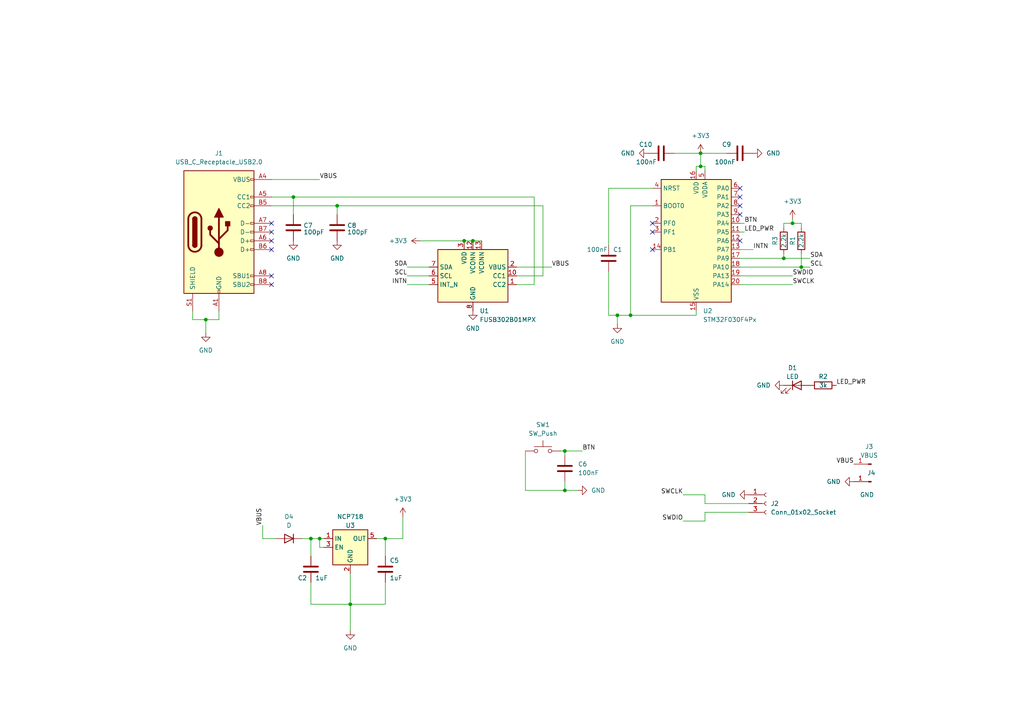
<source format=kicad_sch>
(kicad_sch (version 20230121) (generator eeschema)
  (paper "A4")
  (lib_symbols
    (symbol "Connector:Conn_01x01_Pin" (pin_names (offset 1.016) hide)
      (property "Reference" "J" (at 0 2.54 0))
      (property "Value" "Conn_01x01_Pin" (at 0 -2.54 0))
      (symbol "Conn_01x01_Pin_1_1"
        (polyline (pts (xy 1.27 0) (xy 0.8636 0)) (stroke (width 0.1524)))
        (rectangle (start 0.8636 0.127) (end 0 -0.127) (stroke (width 0.1524)) (fill (type outline)))
        (pin passive line (at 5.08 0 180) (length 3.81) (name "Pin_1") (number "1"))
      )
    )
    (symbol "Connector:Conn_01x03_Socket" (pin_names (offset 1.016) hide)
      (property "Reference" "J" (at 0 5.08 0))
      (property "Value" "Conn_01x03_Socket" (at 0 -5.08 0))
      (symbol "Conn_01x03_Socket_1_1"
        (arc (start 0 -2.032) (mid -0.5058 -2.54) (end 0 -3.048) (stroke (width 0.1524)))
        (polyline (pts (xy -1.27 -2.54) (xy -0.508 -2.54)) (stroke (width 0.1524)))
        (polyline (pts (xy -1.27 0) (xy -0.508 0)) (stroke (width 0.1524)))
        (polyline (pts (xy -1.27 2.54) (xy -0.508 2.54)) (stroke (width 0.1524)))
        (arc (start 0 0.508) (mid -0.5058 0) (end 0 -0.508) (stroke (width 0.1524)))
        (arc (start 0 3.048) (mid -0.5058 2.54) (end 0 2.032) (stroke (width 0.1524)))
        (pin passive line (at -5.08 2.54 0) (length 3.81) (name "Pin_1") (number "1"))
        (pin passive line (at -5.08 0 0) (length 3.81) (name "Pin_2") (number "2"))
        (pin passive line (at -5.08 -2.54 0) (length 3.81) (name "Pin_3") (number "3"))
      )
    )
    (symbol "Connector:USB_C_Receptacle_USB2.0" (pin_names (offset 1.016))
      (property "Reference" "J" (at -10.16 19.05 0))
      (property "Value" "USB_C_Receptacle_USB2.0" (at 19.05 19.05 0))
      (symbol "USB_C_Receptacle_USB2.0_0_0"
        (rectangle (start -0.254 -17.78) (end 0.254 -16.764))
        (rectangle (start 10.16 -14.986) (end 9.144 -15.494))
        (rectangle (start 10.16 -12.446) (end 9.144 -12.954))
        (rectangle (start 10.16 -4.826) (end 9.144 -5.334))
        (rectangle (start 10.16 -2.286) (end 9.144 -2.794))
        (rectangle (start 10.16 0.254) (end 9.144 -0.254))
        (rectangle (start 10.16 2.794) (end 9.144 2.286))
        (rectangle (start 10.16 7.874) (end 9.144 7.366))
        (rectangle (start 10.16 10.414) (end 9.144 9.906))
        (rectangle (start 10.16 15.494) (end 9.144 14.986))
      )
      (symbol "USB_C_Receptacle_USB2.0_0_1"
        (rectangle (start -10.16 17.78) (end 10.16 -17.78) (stroke (width 0.254)) (fill (type background)))
        (arc (start -8.89 -3.81) (mid -6.985 -5.7067) (end -5.08 -3.81) (stroke (width 0.508)))
        (arc (start -7.62 -3.81) (mid -6.985 -4.4423) (end -6.35 -3.81) (stroke (width 0.254)))
        (arc (start -7.62 -3.81) (mid -6.985 -4.4423) (end -6.35 -3.81) (stroke (width 0.254)) (fill (type outline)))
        (rectangle (start -7.62 -3.81) (end -6.35 3.81) (stroke (width 0.254)) (fill (type outline)))
        (arc (start -6.35 3.81) (mid -6.985 4.4423) (end -7.62 3.81) (stroke (width 0.254)))
        (arc (start -6.35 3.81) (mid -6.985 4.4423) (end -7.62 3.81) (stroke (width 0.254)) (fill (type outline)))
        (arc (start -5.08 3.81) (mid -6.985 5.7067) (end -8.89 3.81) (stroke (width 0.508)))
        (circle (center -2.54 1.143) (radius 0.635) (stroke (width 0.254)) (fill (type outline)))
        (circle (center 0 -5.842) (radius 1.27) (fill (type outline)))
        (polyline (pts (xy -8.89 -3.81) (xy -8.89 3.81)) (stroke (width 0.508)))
        (polyline (pts (xy -5.08 3.81) (xy -5.08 -3.81)) (stroke (width 0.508)))
        (polyline (pts (xy 0 -5.842) (xy 0 4.318)) (stroke (width 0.508)))
        (polyline (pts (xy 0 -3.302) (xy -2.54 -0.762) (xy -2.54 0.508)) (stroke (width 0.508)))
        (polyline (pts (xy 0 -2.032) (xy 2.54 0.508) (xy 2.54 1.778)) (stroke (width 0.508)))
        (polyline (pts (xy -1.27 4.318) (xy 0 6.858) (xy 1.27 4.318) (xy -1.27 4.318)) (stroke (width 0.254)) (fill (type outline)))
        (rectangle (start 1.905 1.778) (end 3.175 3.048) (stroke (width 0.254)) (fill (type outline)))
      )
      (symbol "USB_C_Receptacle_USB2.0_1_1"
        (pin passive line (at 0 -22.86 90) (length 5.08) (name "GND") (number "A1"))
        (pin passive line (at 0 -22.86 90) (length 5.08) hide (name "GND") (number "A12"))
        (pin passive line (at 15.24 15.24 180) (length 5.08) (name "VBUS") (number "A4"))
        (pin bidirectional line (at 15.24 10.16 180) (length 5.08) (name "CC1") (number "A5"))
        (pin bidirectional line (at 15.24 -2.54 180) (length 5.08) (name "D+") (number "A6"))
        (pin bidirectional line (at 15.24 2.54 180) (length 5.08) (name "D-") (number "A7"))
        (pin bidirectional line (at 15.24 -12.7 180) (length 5.08) (name "SBU1") (number "A8"))
        (pin passive line (at 15.24 15.24 180) (length 5.08) hide (name "VBUS") (number "A9"))
        (pin passive line (at 0 -22.86 90) (length 5.08) hide (name "GND") (number "B1"))
        (pin passive line (at 0 -22.86 90) (length 5.08) hide (name "GND") (number "B12"))
        (pin passive line (at 15.24 15.24 180) (length 5.08) hide (name "VBUS") (number "B4"))
        (pin bidirectional line (at 15.24 7.62 180) (length 5.08) (name "CC2") (number "B5"))
        (pin bidirectional line (at 15.24 -5.08 180) (length 5.08) (name "D+") (number "B6"))
        (pin bidirectional line (at 15.24 0 180) (length 5.08) (name "D-") (number "B7"))
        (pin bidirectional line (at 15.24 -15.24 180) (length 5.08) (name "SBU2") (number "B8"))
        (pin passive line (at 15.24 15.24 180) (length 5.08) hide (name "VBUS") (number "B9"))
        (pin passive line (at -7.62 -22.86 90) (length 5.08) (name "SHIELD") (number "S1"))
      )
    )
    (symbol "Device:C" (pin_numbers hide) (pin_names (offset 0.254))
      (property "Reference" "C" (at 0.635 2.54 0))
      (property "Value" "C" (at 0.635 -2.54 0))
      (symbol "C_0_1"
        (polyline (pts (xy -2.032 -0.762) (xy 2.032 -0.762)) (stroke (width 0.508)))
        (polyline (pts (xy -2.032 0.762) (xy 2.032 0.762)) (stroke (width 0.508)))
      )
      (symbol "C_1_1"
        (pin passive line (at 0 3.81 270) (length 2.794) (name "~") (number "1"))
        (pin passive line (at 0 -3.81 90) (length 2.794) (name "~") (number "2"))
      )
    )
    (symbol "Device:D" (pin_numbers hide) (pin_names (offset 1.016) hide)
      (property "Reference" "D" (at 0 2.54 0))
      (property "Value" "D" (at 0 -2.54 0))
      (symbol "D_0_1"
        (polyline (pts (xy -1.27 1.27) (xy -1.27 -1.27)) (stroke (width 0.254)))
        (polyline (pts (xy 1.27 0) (xy -1.27 0)))
        (polyline (pts (xy 1.27 1.27) (xy 1.27 -1.27) (xy -1.27 0) (xy 1.27 1.27)) (stroke (width 0.254)))
      )
      (symbol "D_1_1"
        (pin passive line (at -3.81 0 0) (length 2.54) (name "K") (number "1"))
        (pin passive line (at 3.81 0 180) (length 2.54) (name "A") (number "2"))
      )
    )
    (symbol "Device:LED" (pin_numbers hide) (pin_names (offset 1.016) hide)
      (property "Reference" "D" (at 0 2.54 0))
      (property "Value" "LED" (at 0 -2.54 0))
      (symbol "LED_0_1"
        (polyline (pts (xy -1.27 -1.27) (xy -1.27 1.27)) (stroke (width 0.254)))
        (polyline (pts (xy -1.27 0) (xy 1.27 0)))
        (polyline (pts (xy 1.27 -1.27) (xy 1.27 1.27) (xy -1.27 0) (xy 1.27 -1.27)) (stroke (width 0.254)))
        (polyline (pts (xy -3.048 -0.762) (xy -4.572 -2.286) (xy -3.81 -2.286) (xy -4.572 -2.286) (xy -4.572 -1.524)))
        (polyline (pts (xy -1.778 -0.762) (xy -3.302 -2.286) (xy -2.54 -2.286) (xy -3.302 -2.286) (xy -3.302 -1.524)))
      )
      (symbol "LED_1_1"
        (pin passive line (at -3.81 0 0) (length 2.54) (name "K") (number "1"))
        (pin passive line (at 3.81 0 180) (length 2.54) (name "A") (number "2"))
      )
    )
    (symbol "Device:R" (pin_numbers hide) (pin_names (offset 0))
      (property "Reference" "R" (at 2.032 0 90))
      (property "Value" "R" (at 0 0 90))
      (symbol "R_0_1"
        (rectangle (start -1.016 -2.54) (end 1.016 2.54) (stroke (width 0.254)))
      )
      (symbol "R_1_1"
        (pin passive line (at 0 3.81 270) (length 1.27) (name "~") (number "1"))
        (pin passive line (at 0 -3.81 90) (length 1.27) (name "~") (number "2"))
      )
    )
    (symbol "Interface_USB:FUSB302B01MPX"
      (property "Reference" "U" (at -10.16 8.89 0))
      (property "Value" "FUSB302B01MPX" (at 3.81 8.89 0))
      (symbol "FUSB302B01MPX_0_1"
        (rectangle (start -10.16 7.62) (end 10.16 -7.62) (stroke (width 0.254)) (fill (type background)))
      )
      (symbol "FUSB302B01MPX_1_1"
        (pin bidirectional line (at 12.7 -2.54 180) (length 2.54) (name "CC2") (number "1"))
        (pin bidirectional line (at 12.7 0 180) (length 2.54) (name "CC1") (number "10"))
        (pin bidirectional line (at 12.7 0 180) (length 2.54) hide (name "CC1") (number "11"))
        (pin power_in line (at 0 10.16 270) (length 2.54) (name "VCONN") (number "12"))
        (pin power_in line (at 2.54 10.16 270) (length 2.54) (name "VCONN") (number "13"))
        (pin bidirectional line (at 12.7 -2.54 180) (length 2.54) hide (name "CC2") (number "14"))
        (pin passive line (at 0 -10.16 90) (length 2.54) hide (name "GND") (number "15"))
        (pin input line (at 12.7 2.54 180) (length 2.54) (name "VBUS") (number "2"))
        (pin power_in line (at -2.54 10.16 270) (length 2.54) (name "VDD") (number "3"))
        (pin passive line (at -2.54 10.16 270) (length 2.54) hide (name "VDD") (number "4"))
        (pin open_collector line (at -12.7 -2.54 0) (length 2.54) (name "INT_N") (number "5"))
        (pin input line (at -12.7 0 0) (length 2.54) (name "SCL") (number "6"))
        (pin bidirectional line (at -12.7 2.54 0) (length 2.54) (name "SDA") (number "7"))
        (pin power_in line (at 0 -10.16 90) (length 2.54) (name "GND") (number "8"))
        (pin passive line (at 0 -10.16 90) (length 2.54) hide (name "GND") (number "9"))
      )
    )
    (symbol "MCU_ST_STM32F0:STM32F030F4Px"
      (property "Reference" "U" (at -10.16 19.05 0))
      (property "Value" "STM32F030F4Px" (at 5.08 19.05 0))
      (symbol "STM32F030F4Px_0_1"
        (rectangle (start -10.16 -17.78) (end 10.16 17.78) (stroke (width 0.254)) (fill (type background)))
      )
      (symbol "STM32F030F4Px_1_1"
        (pin input line (at -12.7 10.16 0) (length 2.54) (name "BOOT0") (number "1"))
        (pin bidirectional line (at 12.7 5.08 180) (length 2.54) (name "PA4") (number "10"))
        (pin bidirectional line (at 12.7 2.54 180) (length 2.54) (name "PA5") (number "11"))
        (pin bidirectional line (at 12.7 0 180) (length 2.54) (name "PA6") (number "12"))
        (pin bidirectional line (at 12.7 -2.54 180) (length 2.54) (name "PA7") (number "13"))
        (pin bidirectional line (at -12.7 -2.54 0) (length 2.54) (name "PB1") (number "14"))
        (pin power_in line (at 0 -20.32 90) (length 2.54) (name "VSS") (number "15"))
        (pin power_in line (at 0 20.32 270) (length 2.54) (name "VDD") (number "16"))
        (pin bidirectional line (at 12.7 -5.08 180) (length 2.54) (name "PA9") (number "17"))
        (pin bidirectional line (at 12.7 -7.62 180) (length 2.54) (name "PA10") (number "18"))
        (pin bidirectional line (at 12.7 -10.16 180) (length 2.54) (name "PA13") (number "19"))
        (pin bidirectional line (at -12.7 5.08 0) (length 2.54) (name "PF0") (number "2"))
        (pin bidirectional line (at 12.7 -12.7 180) (length 2.54) (name "PA14") (number "20"))
        (pin bidirectional line (at -12.7 2.54 0) (length 2.54) (name "PF1") (number "3"))
        (pin input line (at -12.7 15.24 0) (length 2.54) (name "NRST") (number "4"))
        (pin power_in line (at 2.54 20.32 270) (length 2.54) (name "VDDA") (number "5"))
        (pin bidirectional line (at 12.7 15.24 180) (length 2.54) (name "PA0") (number "6"))
        (pin bidirectional line (at 12.7 12.7 180) (length 2.54) (name "PA1") (number "7"))
        (pin bidirectional line (at 12.7 10.16 180) (length 2.54) (name "PA2") (number "8"))
        (pin bidirectional line (at 12.7 7.62 180) (length 2.54) (name "PA3") (number "9"))
      )
    )
    (symbol "Regulator_Linear:NCP718xSN330"
      (property "Reference" "U" (at -3.81 6.35 0))
      (property "Value" "NCP718xSN330" (at 6.35 6.35 0))
      (symbol "NCP718xSN330_0_1"
        (rectangle (start -5.08 -5.08) (end 5.08 5.08) (stroke (width 0.254)) (fill (type background)))
        (pin power_in line (at -7.62 2.54 0) (length 2.54) (name "IN") (number "1"))
        (pin power_in line (at 0 -7.62 90) (length 2.54) (name "GND") (number "2"))
        (pin input line (at -7.62 0 0) (length 2.54) (name "EN") (number "3"))
        (pin no_connect line (at 5.08 0 180) (length 2.54) hide (name "NC") (number "4"))
        (pin power_out line (at 7.62 2.54 180) (length 2.54) (name "OUT") (number "5"))
      )
    )
    (symbol "Switch:SW_Push" (pin_numbers hide) (pin_names (offset 1.016) hide)
      (property "Reference" "SW" (at 1.27 2.54 0))
      (property "Value" "SW_Push" (at 0 -1.524 0))
      (symbol "SW_Push_0_1"
        (circle (center -2.032 0) (radius 0.508))
        (polyline (pts (xy 0 1.27) (xy 0 3.048)))
        (polyline (pts (xy 2.54 1.27) (xy -2.54 1.27)))
        (circle (center 2.032 0) (radius 0.508))
        (pin passive line (at -5.08 0 0) (length 2.54) (name "1") (number "1"))
        (pin passive line (at 5.08 0 180) (length 2.54) (name "2") (number "2"))
      )
    )
    (symbol "power:+3V3" (power) (pin_names (offset 0))
      (property "Value" "+3V3" (at 0 3.556 0))
      (symbol "+3V3_0_1"
        (polyline (pts (xy -0.762 1.27) (xy 0 2.54)))
        (polyline (pts (xy 0 0) (xy 0 2.54)))
        (polyline (pts (xy 0 2.54) (xy 0.762 1.27)))
      )
      (symbol "+3V3_1_1"
        (pin power_in line (at 0 0 90) (length 0) hide (name "+3V3") (number "1"))
      )
    )
    (symbol "power:GND" (power) (pin_names (offset 0))
      (property "Value" "GND" (at 0 -3.81 0))
      (symbol "GND_0_1"
        (polyline (pts (xy 0 0) (xy 0 -1.27) (xy 1.27 -1.27) (xy 0 -2.54) (xy -1.27 -1.27) (xy 0 -1.27)))
      )
      (symbol "GND_1_1"
        (pin power_in line (at 0 0 270) (length 0) hide (name "GND") (number "1"))
      )
    )
  )
  (junction (at 97.79 59.69))
  (junction (at 182.88 91.44))
  (junction (at 92.71 156.21))
  (junction (at 203.2 48.26))
  (junction (at 163.83 142.24))
  (junction (at 101.6 175.26))
  (junction (at 232.41 77.47))
  (junction (at 203.2 44.45))
  (junction (at 90.17 156.21))
  (junction (at 137.16 69.85))
  (junction (at 227.33 74.93))
  (junction (at 59.69 92.71))
  (junction (at 134.62 69.85))
  (junction (at 179.07 91.44))
  (junction (at 163.83 130.81))
  (junction (at 111.76 156.21))
  (junction (at 229.87 64.77))
  (junction (at 85.09 57.15))
  (no_connect (at 78.74 64.77))
  (no_connect (at 78.74 67.31))
  (no_connect (at 78.74 69.85))
  (no_connect (at 78.74 80.01))
  (no_connect (at 214.63 57.15))
  (no_connect (at 214.63 59.69))
  (no_connect (at 214.63 69.85))
  (no_connect (at 214.63 62.23))
  (no_connect (at 189.23 64.77))
  (no_connect (at 78.74 72.39))
  (no_connect (at 189.23 72.39))
  (no_connect (at 214.63 54.61))
  (no_connect (at 189.23 67.31))
  (no_connect (at 78.74 82.55))
  (wire (pts (xy 182.88 91.44) (xy 201.93 91.44)))
  (wire (pts (xy 162.56 130.81) (xy 163.83 130.81)))
  (wire (pts (xy 78.74 59.69) (xy 97.79 59.69)))
  (wire (pts (xy 203.2 48.26) (xy 204.47 48.26)))
  (wire (pts (xy 90.17 156.21) (xy 90.17 161.29)))
  (wire (pts (xy 214.63 64.77) (xy 215.9 64.77)))
  (wire (pts (xy 204.47 48.26) (xy 204.47 49.53)))
  (wire (pts (xy 154.94 57.15) (xy 154.94 82.55)))
  (wire (pts (xy 97.79 59.69) (xy 157.48 59.69)))
  (wire (pts (xy 121.92 69.85) (xy 134.62 69.85)))
  (wire (pts (xy 157.48 59.69) (xy 157.48 80.01)))
  (wire (pts (xy 232.41 73.66) (xy 232.41 77.47)))
  (wire (pts (xy 201.93 91.44) (xy 201.93 90.17)))
  (wire (pts (xy 90.17 156.21) (xy 92.71 156.21)))
  (wire (pts (xy 78.74 57.15) (xy 85.09 57.15)))
  (wire (pts (xy 101.6 175.26) (xy 111.76 175.26)))
  (wire (pts (xy 182.88 59.69) (xy 182.88 91.44)))
  (wire (pts (xy 118.11 80.01) (xy 124.46 80.01)))
  (wire (pts (xy 163.83 139.7) (xy 163.83 142.24)))
  (wire (pts (xy 214.63 67.31) (xy 215.9 67.31)))
  (wire (pts (xy 163.83 130.81) (xy 168.91 130.81)))
  (wire (pts (xy 157.48 80.01) (xy 149.86 80.01)))
  (wire (pts (xy 189.23 54.61) (xy 176.53 54.61)))
  (wire (pts (xy 176.53 78.74) (xy 176.53 91.44)))
  (wire (pts (xy 78.74 52.07) (xy 92.71 52.07)))
  (wire (pts (xy 80.01 156.21) (xy 76.2 156.21)))
  (wire (pts (xy 111.76 161.29) (xy 111.76 156.21)))
  (wire (pts (xy 214.63 77.47) (xy 232.41 77.47)))
  (wire (pts (xy 227.33 64.77) (xy 229.87 64.77)))
  (wire (pts (xy 101.6 175.26) (xy 101.6 182.88)))
  (wire (pts (xy 109.22 156.21) (xy 111.76 156.21)))
  (wire (pts (xy 232.41 64.77) (xy 232.41 66.04)))
  (wire (pts (xy 134.62 69.85) (xy 137.16 69.85)))
  (wire (pts (xy 227.33 74.93) (xy 234.95 74.93)))
  (wire (pts (xy 55.88 92.71) (xy 59.69 92.71)))
  (wire (pts (xy 118.11 82.55) (xy 124.46 82.55)))
  (wire (pts (xy 163.83 142.24) (xy 167.64 142.24)))
  (wire (pts (xy 204.47 143.51) (xy 204.47 146.05)))
  (wire (pts (xy 232.41 77.47) (xy 234.95 77.47)))
  (wire (pts (xy 203.2 44.45) (xy 203.2 48.26)))
  (wire (pts (xy 90.17 175.26) (xy 101.6 175.26)))
  (wire (pts (xy 154.94 82.55) (xy 149.86 82.55)))
  (wire (pts (xy 59.69 92.71) (xy 59.69 96.52)))
  (wire (pts (xy 214.63 80.01) (xy 229.87 80.01)))
  (wire (pts (xy 92.71 156.21) (xy 92.71 158.75)))
  (wire (pts (xy 214.63 74.93) (xy 227.33 74.93)))
  (wire (pts (xy 176.53 91.44) (xy 179.07 91.44)))
  (wire (pts (xy 163.83 130.81) (xy 163.83 132.08)))
  (wire (pts (xy 214.63 82.55) (xy 229.87 82.55)))
  (wire (pts (xy 201.93 48.26) (xy 203.2 48.26)))
  (wire (pts (xy 229.87 64.77) (xy 232.41 64.77)))
  (wire (pts (xy 229.87 63.5) (xy 229.87 64.77)))
  (wire (pts (xy 118.11 77.47) (xy 124.46 77.47)))
  (wire (pts (xy 93.98 158.75) (xy 92.71 158.75)))
  (wire (pts (xy 76.2 156.21) (xy 76.2 152.4)))
  (wire (pts (xy 111.76 175.26) (xy 111.76 168.91)))
  (wire (pts (xy 63.5 92.71) (xy 63.5 90.17)))
  (wire (pts (xy 59.69 92.71) (xy 63.5 92.71)))
  (wire (pts (xy 90.17 156.21) (xy 87.63 156.21)))
  (wire (pts (xy 85.09 57.15) (xy 154.94 57.15)))
  (wire (pts (xy 227.33 64.77) (xy 227.33 66.04)))
  (wire (pts (xy 179.07 91.44) (xy 179.07 93.98)))
  (wire (pts (xy 101.6 166.37) (xy 101.6 175.26)))
  (wire (pts (xy 179.07 91.44) (xy 182.88 91.44)))
  (wire (pts (xy 92.71 156.21) (xy 93.98 156.21)))
  (wire (pts (xy 97.79 59.69) (xy 97.79 62.23)))
  (wire (pts (xy 203.2 44.45) (xy 210.82 44.45)))
  (wire (pts (xy 227.33 73.66) (xy 227.33 74.93)))
  (wire (pts (xy 137.16 69.85) (xy 139.7 69.85)))
  (wire (pts (xy 203.2 44.45) (xy 195.58 44.45)))
  (wire (pts (xy 189.23 59.69) (xy 182.88 59.69)))
  (wire (pts (xy 152.4 142.24) (xy 163.83 142.24)))
  (wire (pts (xy 198.12 143.51) (xy 204.47 143.51)))
  (wire (pts (xy 201.93 49.53) (xy 201.93 48.26)))
  (wire (pts (xy 90.17 168.91) (xy 90.17 175.26)))
  (wire (pts (xy 198.12 151.13) (xy 204.47 151.13)))
  (wire (pts (xy 85.09 57.15) (xy 85.09 62.23)))
  (wire (pts (xy 116.84 156.21) (xy 116.84 149.86)))
  (wire (pts (xy 204.47 146.05) (xy 217.17 146.05)))
  (wire (pts (xy 149.86 77.47) (xy 160.02 77.47)))
  (wire (pts (xy 214.63 72.39) (xy 218.44 72.39)))
  (wire (pts (xy 111.76 156.21) (xy 116.84 156.21)))
  (wire (pts (xy 204.47 148.59) (xy 217.17 148.59)))
  (wire (pts (xy 204.47 151.13) (xy 204.47 148.59)))
  (wire (pts (xy 176.53 54.61) (xy 176.53 71.12)))
  (wire (pts (xy 55.88 90.17) (xy 55.88 92.71)))
  (wire (pts (xy 152.4 130.81) (xy 152.4 142.24)))
  (label "INTN" (at 118.11 82.55 180))
  (label "VBUS" (at 92.71 52.07 0))
  (label "SCL" (at 118.11 80.01 180))
  (label "SWCLK" (at 198.12 143.51 180))
  (label "VBUS" (at 160.02 77.47 0))
  (label "VBUS" (at 76.2 152.4 90))
  (label "BTN" (at 215.9 64.77 0))
  (label "SDA" (at 118.11 77.47 180))
  (label "SWDIO" (at 229.87 80.01 0))
  (label "INTN" (at 218.44 72.39 0))
  (label "SWCLK" (at 229.87 82.55 0))
  (label "SWDIO" (at 198.12 151.13 180))
  (label "VBUS" (at 247.65 134.62 180))
  (label "LED_PWR" (at 242.57 111.76 0))
  (label "LED_PWR" (at 215.9 67.31 0))
  (label "SDA" (at 234.95 74.93 0))
  (label "SCL" (at 234.95 77.47 0))
  (label "BTN" (at 168.91 130.81 0))
  (symbol (lib_id "Device:R") (at 227.33 69.85 180) (unit 1)
    (property "Reference" "R3" (at 224.79 69.85 90))
    (property "Value" "2.2k" (at 227.33 69.85 90))
    (property "Footprint" "Resistor_SMD:R_0402_1005Metric" (effects hide))
  )
  (symbol (lib_id "power:GND") (at 227.33 111.76 270) (unit 1)
    (property "Reference" "#PWR09" (effects hide))
    (property "Value" "GND" (at 223.52 111.76 90) (effects (justify right)))
  )
  (symbol (lib_id "Device:C") (at 163.83 135.89 0) (unit 1)
    (property "Reference" "C6" (at 167.64 134.62 0) (effects (justify left)))
    (property "Value" "100nF" (at 167.64 137.16 0) (effects (justify left)))
    (property "Footprint" "Capacitor_SMD:C_0402_1005Metric" (effects hide))
  )
  (symbol (lib_id "MCU_ST_STM32F0:STM32F030F4Px") (at 201.93 69.85 0) (unit 1)
    (property "Reference" "U2" (at 203.8859 90.17 0) (effects (justify left)))
    (property "Value" "STM32F030F4Px" (at 203.8859 92.71 0) (effects (justify left)))
    (property "Footprint" "Package_SO:TSSOP-20_4.4x6.5mm_P0.65mm" (effects hide))
    (property "Datasheet" "https://www.st.com/resource/en/datasheet/stm32f030f4.pdf" (effects hide))
  )
  (symbol (lib_id "power:+3V3") (at 116.84 149.86 0) (unit 1)
    (property "Reference" "#PWR010" (effects hide))
    (property "Value" "+3V3" (at 116.84 144.78 0))
  )
  (symbol (lib_id "Connector:USB_C_Receptacle_USB2.0") (at 63.5 67.31 0) (unit 1)
    (property "Reference" "J1" (at 63.5 44.45 0))
    (property "Value" "USB_C_Receptacle_USB2.0" (at 63.5 46.99 0))
    (property "Footprint" "Connector_USB:USB_C_Receptacle_HRO_TYPE-C-31-M-12" (effects hide))
    (property "Datasheet" "https://www.usb.org/sites/default/files/documents/usb_type-c.zip" (effects hide))
  )
  (symbol (lib_id "Device:R") (at 232.41 69.85 180) (unit 1)
    (property "Reference" "R1" (at 229.87 69.85 90))
    (property "Value" "2.2k" (at 232.41 69.85 90))
    (property "Footprint" "Resistor_SMD:R_0402_1005Metric" (effects hide))
  )
  (symbol (lib_id "power:GND") (at 101.6 182.88 0) (unit 1)
    (property "Reference" "#PWR011" (effects hide))
    (property "Value" "GND" (at 101.6 187.96 0))
  )
  (symbol (lib_id "power:+3V3") (at 121.92 69.85 90) (unit 1)
    (property "Reference" "#PWR06" (effects hide))
    (property "Value" "+3V3" (at 118.11 69.85 90) (effects (justify left)))
  )
  (symbol (lib_id "Interface_USB:FUSB302B01MPX") (at 137.16 80.01 0) (unit 1)
    (property "Reference" "U1" (at 139.1159 90.17 0) (effects (justify left)))
    (property "Value" "FUSB302B01MPX" (at 139.1159 92.71 0) (effects (justify left)))
    (property "Footprint" "Package_DFN_QFN:WQFN-14-1EP_2.5x2.5mm_P0.5mm_EP1.45x1.45mm" (effects hide))
    (property "Datasheet" "http://www.onsemi.com/pub/Collateral/FUSB302B-D.PDF" (effects hide))
  )
  (symbol (lib_id "power:GND") (at 187.96 44.45 270) (unit 1)
    (property "Reference" "#PWR016" (effects hide))
    (property "Value" "GND" (at 184.15 44.45 90) (effects (justify right)))
  )
  (symbol (lib_id "Regulator_Linear:NCP718xSN330") (at 101.6 158.75 0) (unit 1)
    (property "Reference" "U3" (at 101.6 152.4 0))
    (property "Value" "NCP718" (at 101.6 149.86 0))
    (property "Footprint" "Package_TO_SOT_SMD:SOT-23-5" (effects hide))
    (property "Datasheet" "https://www.onsemi.com/pub/Collateral/NCP718-D.PDF" (effects hide))
  )
  (symbol (lib_id "power:+3V3") (at 203.2 44.45 0) (unit 1)
    (property "Reference" "#PWR05" (effects hide))
    (property "Value" "+3V3" (at 203.2 39.37 0))
  )
  (symbol (lib_id "Device:C") (at 111.76 165.1 0) (unit 1)
    (property "Reference" "C5" (at 113.03 162.56 0) (effects (justify left)))
    (property "Value" "1uF" (at 113.03 167.64 0) (effects (justify left)))
    (property "Footprint" "Capacitor_SMD:C_0402_1005Metric" (effects hide))
  )
  (symbol (lib_id "power:GND") (at 59.69 96.52 0) (unit 1)
    (property "Reference" "#PWR04" (effects hide))
    (property "Value" "GND" (at 59.69 101.6 0))
  )
  (symbol (lib_id "Device:R") (at 238.76 111.76 90) (unit 1)
    (property "Reference" "R2" (at 238.76 109.22 90))
    (property "Value" "3k" (at 238.76 111.76 90))
    (property "Footprint" "Resistor_SMD:R_0402_1005Metric" (effects hide))
  )
  (symbol (lib_id "Device:C") (at 97.79 66.04 0) (unit 1)
    (property "Reference" "C8" (at 100.711 65.3963 0) (effects (justify left)))
    (property "Value" "100pF" (at 100.711 67.3173 0) (effects (justify left)))
    (property "Footprint" "Capacitor_SMD:C_0402_1005Metric" (effects hide))
  )
  (symbol (lib_id "power:GND") (at 97.79 69.85 0) (unit 1)
    (property "Reference" "#PWR015" (effects hide))
    (property "Value" "GND" (at 97.79 74.93 0))
  )
  (symbol (lib_id "Device:C") (at 85.09 66.04 0) (unit 1)
    (property "Reference" "C7" (at 88.011 65.3963 0) (effects (justify left)))
    (property "Value" "100pF" (at 88.011 67.3173 0) (effects (justify left)))
    (property "Footprint" "Capacitor_SMD:C_0402_1005Metric" (effects hide))
  )
  (symbol (lib_id "power:GND") (at 85.09 69.85 0) (unit 1)
    (property "Reference" "#PWR01" (effects hide))
    (property "Value" "GND" (at 85.09 74.93 0))
  )
  (symbol (lib_id "power:GND") (at 137.16 90.17 0) (unit 1)
    (property "Reference" "#PWR03" (effects hide))
    (property "Value" "GND" (at 137.16 95.25 0))
  )
  (symbol (lib_id "power:GND") (at 247.65 139.7 270) (unit 1)
    (property "Reference" "#PWR013" (effects hide))
    (property "Value" "GND" (at 243.84 139.7 90) (effects (justify right)))
  )
  (symbol (lib_id "power:GND") (at 218.44 44.45 90) (unit 1)
    (property "Reference" "#PWR02" (effects hide))
    (property "Value" "GND" (at 222.25 44.45 90) (effects (justify right)))
  )
  (symbol (lib_id "Device:C") (at 191.77 44.45 90) (unit 1)
    (property "Reference" "C10" (at 189.23 41.91 90) (effects (justify left)))
    (property "Value" "100nF" (at 190.5 46.99 90) (effects (justify left)))
    (property "Footprint" "Capacitor_SMD:C_0402_1005Metric" (effects hide))
  )
  (symbol (lib_id "Device:C") (at 90.17 165.1 0) (unit 1)
    (property "Reference" "C2" (at 86.36 167.64 0) (effects (justify left)))
    (property "Value" "1uF" (at 91.44 167.64 0) (effects (justify left)))
    (property "Footprint" "Capacitor_SMD:C_0402_1005Metric" (effects hide))
  )
  (symbol (lib_id "Device:C") (at 214.63 44.45 90) (unit 1)
    (property "Reference" "C9" (at 212.09 41.91 90) (effects (justify left)))
    (property "Value" "100nF" (at 213.36 46.99 90) (effects (justify left)))
    (property "Footprint" "Capacitor_SMD:C_0402_1005Metric" (effects hide))
  )
  (symbol (lib_id "power:+3V3") (at 229.87 63.5 0) (unit 1)
    (property "Reference" "#PWR07" (effects hide))
    (property "Value" "+3V3" (at 229.87 58.42 0))
  )
  (symbol (lib_id "Device:LED") (at 231.14 111.76 0) (unit 1)
    (property "Reference" "D1" (at 229.87 106.68 0))
    (property "Value" "LED" (at 229.87 109.22 0))
    (property "Footprint" "LED_SMD:LED_0805_2012Metric" (effects hide))
  )
  (symbol (lib_id "Device:D") (at 83.82 156.21 180) (unit 1)
    (property "Reference" "D4" (at 83.82 149.86 0))
    (property "Value" "D" (at 83.82 152.4 0))
    (property "Footprint" "Diode_SMD:D_0402_1005Metric" (effects hide))
    (property "Sim.Device" "D" (effects hide))
    (property "Sim.Pins" "1=K 2=A" (effects hide))
  )
  (symbol (lib_id "Connector:Conn_01x01_Pin") (at 252.73 139.7 180) (unit 1)
    (property "Reference" "J4" (at 252.73 137.16 0))
    (property "Value" "GND" (at 251.46 143.51 0))
    (property "Footprint" "Connector_PinHeader_2.54mm:PinHeader_1x01_P2.54mm_Vertical" (effects hide))
  )
  (symbol (lib_id "power:GND") (at 179.07 93.98 0) (unit 1)
    (property "Reference" "#PWR08" (effects hide))
    (property "Value" "GND" (at 179.07 99.06 0))
  )
  (symbol (lib_id "Device:C") (at 176.53 74.93 0) (unit 1)
    (property "Reference" "C1" (at 177.8 72.39 0) (effects (justify left)))
    (property "Value" "100nF" (at 170.18 72.39 0) (effects (justify left)))
    (property "Footprint" "Capacitor_SMD:C_0402_1005Metric" (effects hide))
  )
  (symbol (lib_id "Switch:SW_Push") (at 157.48 130.81 0) (unit 1)
    (property "Reference" "SW1" (at 157.48 123.19 0))
    (property "Value" "SW_Push" (at 157.48 125.73 0))
    (property "Footprint" "Button_Switch_SMD:SW_SPST_CK_KXT3" (effects hide))
  )
  (symbol (lib_id "power:GND") (at 217.17 143.51 270) (unit 1)
    (property "Reference" "#PWR018" (effects hide))
    (property "Value" "GND" (at 213.36 143.51 90) (effects (justify right)))
  )
  (symbol (lib_id "Connector:Conn_01x01_Pin") (at 252.73 134.62 180) (unit 1)
    (property "Reference" "J3" (at 252.095 129.54 0))
    (property "Value" "VBUS" (at 252.095 132.08 0))
    (property "Footprint" "Connector_PinHeader_2.54mm:PinHeader_1x01_P2.54mm_Vertical" (effects hide))
  )
  (symbol (lib_id "power:GND") (at 167.64 142.24 90) (unit 1)
    (property "Reference" "#PWR012" (effects hide))
    (property "Value" "GND" (at 171.45 142.24 90) (effects (justify right)))
  )
  (symbol (lib_id "Connector:Conn_01x03_Socket") (at 222.25 146.05 0) (unit 1)
    (property "Reference" "J2" (at 223.52 146.05 0) (effects (justify left)))
    (property "Value" "Conn_01x02_Socket" (at 223.52 148.59 0) (effects (justify left)))
    (property "Footprint" "Connector_PinHeader_2.00mm:PinHeader_1x03_P2.00mm_Vertical" (effects hide))
  )
)
</source>
